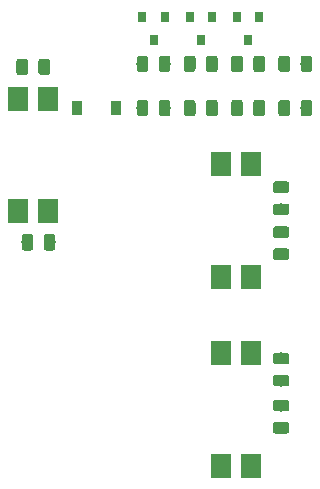
<source format=gbr>
G04 #@! TF.GenerationSoftware,KiCad,Pcbnew,5.0.2+dfsg1-1*
G04 #@! TF.CreationDate,2019-08-13T09:37:24+09:00*
G04 #@! TF.ProjectId,portal_shield_for_arduino,706f7274-616c-45f7-9368-69656c645f66,rev?*
G04 #@! TF.SameCoordinates,Original*
G04 #@! TF.FileFunction,Paste,Top*
G04 #@! TF.FilePolarity,Positive*
%FSLAX46Y46*%
G04 Gerber Fmt 4.6, Leading zero omitted, Abs format (unit mm)*
G04 Created by KiCad (PCBNEW 5.0.2+dfsg1-1) date Tue 13 Aug 2019 09:37:24 AM KST*
%MOMM*%
%LPD*%
G01*
G04 APERTURE LIST*
%ADD10R,1.780000X2.000000*%
%ADD11C,0.100000*%
%ADD12C,0.975000*%
%ADD13R,0.800000X0.900000*%
%ADD14R,0.900000X1.200000*%
G04 APERTURE END LIST*
D10*
G04 #@! TO.C,U3*
X164770000Y-108600000D03*
X162230000Y-118130000D03*
X162230000Y-108600000D03*
X164770000Y-118130000D03*
G04 #@! TD*
G04 #@! TO.C,U2*
X164770000Y-92600000D03*
X162230000Y-102130000D03*
X162230000Y-92600000D03*
X164770000Y-102130000D03*
G04 #@! TD*
D11*
G04 #@! TO.C,R3*
G36*
X167780142Y-97876174D02*
X167803803Y-97879684D01*
X167827007Y-97885496D01*
X167849529Y-97893554D01*
X167871153Y-97903782D01*
X167891670Y-97916079D01*
X167910883Y-97930329D01*
X167928607Y-97946393D01*
X167944671Y-97964117D01*
X167958921Y-97983330D01*
X167971218Y-98003847D01*
X167981446Y-98025471D01*
X167989504Y-98047993D01*
X167995316Y-98071197D01*
X167998826Y-98094858D01*
X168000000Y-98118750D01*
X168000000Y-98606250D01*
X167998826Y-98630142D01*
X167995316Y-98653803D01*
X167989504Y-98677007D01*
X167981446Y-98699529D01*
X167971218Y-98721153D01*
X167958921Y-98741670D01*
X167944671Y-98760883D01*
X167928607Y-98778607D01*
X167910883Y-98794671D01*
X167891670Y-98808921D01*
X167871153Y-98821218D01*
X167849529Y-98831446D01*
X167827007Y-98839504D01*
X167803803Y-98845316D01*
X167780142Y-98848826D01*
X167756250Y-98850000D01*
X166843750Y-98850000D01*
X166819858Y-98848826D01*
X166796197Y-98845316D01*
X166772993Y-98839504D01*
X166750471Y-98831446D01*
X166728847Y-98821218D01*
X166708330Y-98808921D01*
X166689117Y-98794671D01*
X166671393Y-98778607D01*
X166655329Y-98760883D01*
X166641079Y-98741670D01*
X166628782Y-98721153D01*
X166618554Y-98699529D01*
X166610496Y-98677007D01*
X166604684Y-98653803D01*
X166601174Y-98630142D01*
X166600000Y-98606250D01*
X166600000Y-98118750D01*
X166601174Y-98094858D01*
X166604684Y-98071197D01*
X166610496Y-98047993D01*
X166618554Y-98025471D01*
X166628782Y-98003847D01*
X166641079Y-97983330D01*
X166655329Y-97964117D01*
X166671393Y-97946393D01*
X166689117Y-97930329D01*
X166708330Y-97916079D01*
X166728847Y-97903782D01*
X166750471Y-97893554D01*
X166772993Y-97885496D01*
X166796197Y-97879684D01*
X166819858Y-97876174D01*
X166843750Y-97875000D01*
X167756250Y-97875000D01*
X167780142Y-97876174D01*
X167780142Y-97876174D01*
G37*
D12*
X167300000Y-98362500D03*
D11*
G36*
X167780142Y-99751174D02*
X167803803Y-99754684D01*
X167827007Y-99760496D01*
X167849529Y-99768554D01*
X167871153Y-99778782D01*
X167891670Y-99791079D01*
X167910883Y-99805329D01*
X167928607Y-99821393D01*
X167944671Y-99839117D01*
X167958921Y-99858330D01*
X167971218Y-99878847D01*
X167981446Y-99900471D01*
X167989504Y-99922993D01*
X167995316Y-99946197D01*
X167998826Y-99969858D01*
X168000000Y-99993750D01*
X168000000Y-100481250D01*
X167998826Y-100505142D01*
X167995316Y-100528803D01*
X167989504Y-100552007D01*
X167981446Y-100574529D01*
X167971218Y-100596153D01*
X167958921Y-100616670D01*
X167944671Y-100635883D01*
X167928607Y-100653607D01*
X167910883Y-100669671D01*
X167891670Y-100683921D01*
X167871153Y-100696218D01*
X167849529Y-100706446D01*
X167827007Y-100714504D01*
X167803803Y-100720316D01*
X167780142Y-100723826D01*
X167756250Y-100725000D01*
X166843750Y-100725000D01*
X166819858Y-100723826D01*
X166796197Y-100720316D01*
X166772993Y-100714504D01*
X166750471Y-100706446D01*
X166728847Y-100696218D01*
X166708330Y-100683921D01*
X166689117Y-100669671D01*
X166671393Y-100653607D01*
X166655329Y-100635883D01*
X166641079Y-100616670D01*
X166628782Y-100596153D01*
X166618554Y-100574529D01*
X166610496Y-100552007D01*
X166604684Y-100528803D01*
X166601174Y-100505142D01*
X166600000Y-100481250D01*
X166600000Y-99993750D01*
X166601174Y-99969858D01*
X166604684Y-99946197D01*
X166610496Y-99922993D01*
X166618554Y-99900471D01*
X166628782Y-99878847D01*
X166641079Y-99858330D01*
X166655329Y-99839117D01*
X166671393Y-99821393D01*
X166689117Y-99805329D01*
X166708330Y-99791079D01*
X166728847Y-99778782D01*
X166750471Y-99768554D01*
X166772993Y-99760496D01*
X166796197Y-99754684D01*
X166819858Y-99751174D01*
X166843750Y-99750000D01*
X167756250Y-99750000D01*
X167780142Y-99751174D01*
X167780142Y-99751174D01*
G37*
D12*
X167300000Y-100237500D03*
G04 #@! TD*
D11*
G04 #@! TO.C,R9*
G36*
X155830142Y-83416495D02*
X155853803Y-83420005D01*
X155877007Y-83425817D01*
X155899529Y-83433875D01*
X155921153Y-83444103D01*
X155941670Y-83456400D01*
X155960883Y-83470650D01*
X155978607Y-83486714D01*
X155994671Y-83504438D01*
X156008921Y-83523651D01*
X156021218Y-83544168D01*
X156031446Y-83565792D01*
X156039504Y-83588314D01*
X156045316Y-83611518D01*
X156048826Y-83635179D01*
X156050000Y-83659071D01*
X156050000Y-84571571D01*
X156048826Y-84595463D01*
X156045316Y-84619124D01*
X156039504Y-84642328D01*
X156031446Y-84664850D01*
X156021218Y-84686474D01*
X156008921Y-84706991D01*
X155994671Y-84726204D01*
X155978607Y-84743928D01*
X155960883Y-84759992D01*
X155941670Y-84774242D01*
X155921153Y-84786539D01*
X155899529Y-84796767D01*
X155877007Y-84804825D01*
X155853803Y-84810637D01*
X155830142Y-84814147D01*
X155806250Y-84815321D01*
X155318750Y-84815321D01*
X155294858Y-84814147D01*
X155271197Y-84810637D01*
X155247993Y-84804825D01*
X155225471Y-84796767D01*
X155203847Y-84786539D01*
X155183330Y-84774242D01*
X155164117Y-84759992D01*
X155146393Y-84743928D01*
X155130329Y-84726204D01*
X155116079Y-84706991D01*
X155103782Y-84686474D01*
X155093554Y-84664850D01*
X155085496Y-84642328D01*
X155079684Y-84619124D01*
X155076174Y-84595463D01*
X155075000Y-84571571D01*
X155075000Y-83659071D01*
X155076174Y-83635179D01*
X155079684Y-83611518D01*
X155085496Y-83588314D01*
X155093554Y-83565792D01*
X155103782Y-83544168D01*
X155116079Y-83523651D01*
X155130329Y-83504438D01*
X155146393Y-83486714D01*
X155164117Y-83470650D01*
X155183330Y-83456400D01*
X155203847Y-83444103D01*
X155225471Y-83433875D01*
X155247993Y-83425817D01*
X155271197Y-83420005D01*
X155294858Y-83416495D01*
X155318750Y-83415321D01*
X155806250Y-83415321D01*
X155830142Y-83416495D01*
X155830142Y-83416495D01*
G37*
D12*
X155562500Y-84115321D03*
D11*
G36*
X157705142Y-83416495D02*
X157728803Y-83420005D01*
X157752007Y-83425817D01*
X157774529Y-83433875D01*
X157796153Y-83444103D01*
X157816670Y-83456400D01*
X157835883Y-83470650D01*
X157853607Y-83486714D01*
X157869671Y-83504438D01*
X157883921Y-83523651D01*
X157896218Y-83544168D01*
X157906446Y-83565792D01*
X157914504Y-83588314D01*
X157920316Y-83611518D01*
X157923826Y-83635179D01*
X157925000Y-83659071D01*
X157925000Y-84571571D01*
X157923826Y-84595463D01*
X157920316Y-84619124D01*
X157914504Y-84642328D01*
X157906446Y-84664850D01*
X157896218Y-84686474D01*
X157883921Y-84706991D01*
X157869671Y-84726204D01*
X157853607Y-84743928D01*
X157835883Y-84759992D01*
X157816670Y-84774242D01*
X157796153Y-84786539D01*
X157774529Y-84796767D01*
X157752007Y-84804825D01*
X157728803Y-84810637D01*
X157705142Y-84814147D01*
X157681250Y-84815321D01*
X157193750Y-84815321D01*
X157169858Y-84814147D01*
X157146197Y-84810637D01*
X157122993Y-84804825D01*
X157100471Y-84796767D01*
X157078847Y-84786539D01*
X157058330Y-84774242D01*
X157039117Y-84759992D01*
X157021393Y-84743928D01*
X157005329Y-84726204D01*
X156991079Y-84706991D01*
X156978782Y-84686474D01*
X156968554Y-84664850D01*
X156960496Y-84642328D01*
X156954684Y-84619124D01*
X156951174Y-84595463D01*
X156950000Y-84571571D01*
X156950000Y-83659071D01*
X156951174Y-83635179D01*
X156954684Y-83611518D01*
X156960496Y-83588314D01*
X156968554Y-83565792D01*
X156978782Y-83544168D01*
X156991079Y-83523651D01*
X157005329Y-83504438D01*
X157021393Y-83486714D01*
X157039117Y-83470650D01*
X157058330Y-83456400D01*
X157078847Y-83444103D01*
X157100471Y-83433875D01*
X157122993Y-83425817D01*
X157146197Y-83420005D01*
X157169858Y-83416495D01*
X157193750Y-83415321D01*
X157681250Y-83415321D01*
X157705142Y-83416495D01*
X157705142Y-83416495D01*
G37*
D12*
X157437500Y-84115321D03*
G04 #@! TD*
D11*
G04 #@! TO.C,R10*
G36*
X167830142Y-83416495D02*
X167853803Y-83420005D01*
X167877007Y-83425817D01*
X167899529Y-83433875D01*
X167921153Y-83444103D01*
X167941670Y-83456400D01*
X167960883Y-83470650D01*
X167978607Y-83486714D01*
X167994671Y-83504438D01*
X168008921Y-83523651D01*
X168021218Y-83544168D01*
X168031446Y-83565792D01*
X168039504Y-83588314D01*
X168045316Y-83611518D01*
X168048826Y-83635179D01*
X168050000Y-83659071D01*
X168050000Y-84571571D01*
X168048826Y-84595463D01*
X168045316Y-84619124D01*
X168039504Y-84642328D01*
X168031446Y-84664850D01*
X168021218Y-84686474D01*
X168008921Y-84706991D01*
X167994671Y-84726204D01*
X167978607Y-84743928D01*
X167960883Y-84759992D01*
X167941670Y-84774242D01*
X167921153Y-84786539D01*
X167899529Y-84796767D01*
X167877007Y-84804825D01*
X167853803Y-84810637D01*
X167830142Y-84814147D01*
X167806250Y-84815321D01*
X167318750Y-84815321D01*
X167294858Y-84814147D01*
X167271197Y-84810637D01*
X167247993Y-84804825D01*
X167225471Y-84796767D01*
X167203847Y-84786539D01*
X167183330Y-84774242D01*
X167164117Y-84759992D01*
X167146393Y-84743928D01*
X167130329Y-84726204D01*
X167116079Y-84706991D01*
X167103782Y-84686474D01*
X167093554Y-84664850D01*
X167085496Y-84642328D01*
X167079684Y-84619124D01*
X167076174Y-84595463D01*
X167075000Y-84571571D01*
X167075000Y-83659071D01*
X167076174Y-83635179D01*
X167079684Y-83611518D01*
X167085496Y-83588314D01*
X167093554Y-83565792D01*
X167103782Y-83544168D01*
X167116079Y-83523651D01*
X167130329Y-83504438D01*
X167146393Y-83486714D01*
X167164117Y-83470650D01*
X167183330Y-83456400D01*
X167203847Y-83444103D01*
X167225471Y-83433875D01*
X167247993Y-83425817D01*
X167271197Y-83420005D01*
X167294858Y-83416495D01*
X167318750Y-83415321D01*
X167806250Y-83415321D01*
X167830142Y-83416495D01*
X167830142Y-83416495D01*
G37*
D12*
X167562500Y-84115321D03*
D11*
G36*
X169705142Y-83416495D02*
X169728803Y-83420005D01*
X169752007Y-83425817D01*
X169774529Y-83433875D01*
X169796153Y-83444103D01*
X169816670Y-83456400D01*
X169835883Y-83470650D01*
X169853607Y-83486714D01*
X169869671Y-83504438D01*
X169883921Y-83523651D01*
X169896218Y-83544168D01*
X169906446Y-83565792D01*
X169914504Y-83588314D01*
X169920316Y-83611518D01*
X169923826Y-83635179D01*
X169925000Y-83659071D01*
X169925000Y-84571571D01*
X169923826Y-84595463D01*
X169920316Y-84619124D01*
X169914504Y-84642328D01*
X169906446Y-84664850D01*
X169896218Y-84686474D01*
X169883921Y-84706991D01*
X169869671Y-84726204D01*
X169853607Y-84743928D01*
X169835883Y-84759992D01*
X169816670Y-84774242D01*
X169796153Y-84786539D01*
X169774529Y-84796767D01*
X169752007Y-84804825D01*
X169728803Y-84810637D01*
X169705142Y-84814147D01*
X169681250Y-84815321D01*
X169193750Y-84815321D01*
X169169858Y-84814147D01*
X169146197Y-84810637D01*
X169122993Y-84804825D01*
X169100471Y-84796767D01*
X169078847Y-84786539D01*
X169058330Y-84774242D01*
X169039117Y-84759992D01*
X169021393Y-84743928D01*
X169005329Y-84726204D01*
X168991079Y-84706991D01*
X168978782Y-84686474D01*
X168968554Y-84664850D01*
X168960496Y-84642328D01*
X168954684Y-84619124D01*
X168951174Y-84595463D01*
X168950000Y-84571571D01*
X168950000Y-83659071D01*
X168951174Y-83635179D01*
X168954684Y-83611518D01*
X168960496Y-83588314D01*
X168968554Y-83565792D01*
X168978782Y-83544168D01*
X168991079Y-83523651D01*
X169005329Y-83504438D01*
X169021393Y-83486714D01*
X169039117Y-83470650D01*
X169058330Y-83456400D01*
X169078847Y-83444103D01*
X169100471Y-83433875D01*
X169122993Y-83425817D01*
X169146197Y-83420005D01*
X169169858Y-83416495D01*
X169193750Y-83415321D01*
X169681250Y-83415321D01*
X169705142Y-83416495D01*
X169705142Y-83416495D01*
G37*
D12*
X169437500Y-84115321D03*
G04 #@! TD*
D11*
G04 #@! TO.C,+5V*
G36*
X167830142Y-87166174D02*
X167853803Y-87169684D01*
X167877007Y-87175496D01*
X167899529Y-87183554D01*
X167921153Y-87193782D01*
X167941670Y-87206079D01*
X167960883Y-87220329D01*
X167978607Y-87236393D01*
X167994671Y-87254117D01*
X168008921Y-87273330D01*
X168021218Y-87293847D01*
X168031446Y-87315471D01*
X168039504Y-87337993D01*
X168045316Y-87361197D01*
X168048826Y-87384858D01*
X168050000Y-87408750D01*
X168050000Y-88321250D01*
X168048826Y-88345142D01*
X168045316Y-88368803D01*
X168039504Y-88392007D01*
X168031446Y-88414529D01*
X168021218Y-88436153D01*
X168008921Y-88456670D01*
X167994671Y-88475883D01*
X167978607Y-88493607D01*
X167960883Y-88509671D01*
X167941670Y-88523921D01*
X167921153Y-88536218D01*
X167899529Y-88546446D01*
X167877007Y-88554504D01*
X167853803Y-88560316D01*
X167830142Y-88563826D01*
X167806250Y-88565000D01*
X167318750Y-88565000D01*
X167294858Y-88563826D01*
X167271197Y-88560316D01*
X167247993Y-88554504D01*
X167225471Y-88546446D01*
X167203847Y-88536218D01*
X167183330Y-88523921D01*
X167164117Y-88509671D01*
X167146393Y-88493607D01*
X167130329Y-88475883D01*
X167116079Y-88456670D01*
X167103782Y-88436153D01*
X167093554Y-88414529D01*
X167085496Y-88392007D01*
X167079684Y-88368803D01*
X167076174Y-88345142D01*
X167075000Y-88321250D01*
X167075000Y-87408750D01*
X167076174Y-87384858D01*
X167079684Y-87361197D01*
X167085496Y-87337993D01*
X167093554Y-87315471D01*
X167103782Y-87293847D01*
X167116079Y-87273330D01*
X167130329Y-87254117D01*
X167146393Y-87236393D01*
X167164117Y-87220329D01*
X167183330Y-87206079D01*
X167203847Y-87193782D01*
X167225471Y-87183554D01*
X167247993Y-87175496D01*
X167271197Y-87169684D01*
X167294858Y-87166174D01*
X167318750Y-87165000D01*
X167806250Y-87165000D01*
X167830142Y-87166174D01*
X167830142Y-87166174D01*
G37*
D12*
X167562500Y-87865000D03*
D11*
G36*
X169705142Y-87166174D02*
X169728803Y-87169684D01*
X169752007Y-87175496D01*
X169774529Y-87183554D01*
X169796153Y-87193782D01*
X169816670Y-87206079D01*
X169835883Y-87220329D01*
X169853607Y-87236393D01*
X169869671Y-87254117D01*
X169883921Y-87273330D01*
X169896218Y-87293847D01*
X169906446Y-87315471D01*
X169914504Y-87337993D01*
X169920316Y-87361197D01*
X169923826Y-87384858D01*
X169925000Y-87408750D01*
X169925000Y-88321250D01*
X169923826Y-88345142D01*
X169920316Y-88368803D01*
X169914504Y-88392007D01*
X169906446Y-88414529D01*
X169896218Y-88436153D01*
X169883921Y-88456670D01*
X169869671Y-88475883D01*
X169853607Y-88493607D01*
X169835883Y-88509671D01*
X169816670Y-88523921D01*
X169796153Y-88536218D01*
X169774529Y-88546446D01*
X169752007Y-88554504D01*
X169728803Y-88560316D01*
X169705142Y-88563826D01*
X169681250Y-88565000D01*
X169193750Y-88565000D01*
X169169858Y-88563826D01*
X169146197Y-88560316D01*
X169122993Y-88554504D01*
X169100471Y-88546446D01*
X169078847Y-88536218D01*
X169058330Y-88523921D01*
X169039117Y-88509671D01*
X169021393Y-88493607D01*
X169005329Y-88475883D01*
X168991079Y-88456670D01*
X168978782Y-88436153D01*
X168968554Y-88414529D01*
X168960496Y-88392007D01*
X168954684Y-88368803D01*
X168951174Y-88345142D01*
X168950000Y-88321250D01*
X168950000Y-87408750D01*
X168951174Y-87384858D01*
X168954684Y-87361197D01*
X168960496Y-87337993D01*
X168968554Y-87315471D01*
X168978782Y-87293847D01*
X168991079Y-87273330D01*
X169005329Y-87254117D01*
X169021393Y-87236393D01*
X169039117Y-87220329D01*
X169058330Y-87206079D01*
X169078847Y-87193782D01*
X169100471Y-87183554D01*
X169122993Y-87175496D01*
X169146197Y-87169684D01*
X169169858Y-87166174D01*
X169193750Y-87165000D01*
X169681250Y-87165000D01*
X169705142Y-87166174D01*
X169705142Y-87166174D01*
G37*
D12*
X169437500Y-87865000D03*
G04 #@! TD*
D13*
G04 #@! TO.C,Q5*
X157450000Y-80115321D03*
X155550000Y-80115321D03*
X156500000Y-82115321D03*
G04 #@! TD*
D11*
G04 #@! TO.C,PWR*
G36*
X155830142Y-87166174D02*
X155853803Y-87169684D01*
X155877007Y-87175496D01*
X155899529Y-87183554D01*
X155921153Y-87193782D01*
X155941670Y-87206079D01*
X155960883Y-87220329D01*
X155978607Y-87236393D01*
X155994671Y-87254117D01*
X156008921Y-87273330D01*
X156021218Y-87293847D01*
X156031446Y-87315471D01*
X156039504Y-87337993D01*
X156045316Y-87361197D01*
X156048826Y-87384858D01*
X156050000Y-87408750D01*
X156050000Y-88321250D01*
X156048826Y-88345142D01*
X156045316Y-88368803D01*
X156039504Y-88392007D01*
X156031446Y-88414529D01*
X156021218Y-88436153D01*
X156008921Y-88456670D01*
X155994671Y-88475883D01*
X155978607Y-88493607D01*
X155960883Y-88509671D01*
X155941670Y-88523921D01*
X155921153Y-88536218D01*
X155899529Y-88546446D01*
X155877007Y-88554504D01*
X155853803Y-88560316D01*
X155830142Y-88563826D01*
X155806250Y-88565000D01*
X155318750Y-88565000D01*
X155294858Y-88563826D01*
X155271197Y-88560316D01*
X155247993Y-88554504D01*
X155225471Y-88546446D01*
X155203847Y-88536218D01*
X155183330Y-88523921D01*
X155164117Y-88509671D01*
X155146393Y-88493607D01*
X155130329Y-88475883D01*
X155116079Y-88456670D01*
X155103782Y-88436153D01*
X155093554Y-88414529D01*
X155085496Y-88392007D01*
X155079684Y-88368803D01*
X155076174Y-88345142D01*
X155075000Y-88321250D01*
X155075000Y-87408750D01*
X155076174Y-87384858D01*
X155079684Y-87361197D01*
X155085496Y-87337993D01*
X155093554Y-87315471D01*
X155103782Y-87293847D01*
X155116079Y-87273330D01*
X155130329Y-87254117D01*
X155146393Y-87236393D01*
X155164117Y-87220329D01*
X155183330Y-87206079D01*
X155203847Y-87193782D01*
X155225471Y-87183554D01*
X155247993Y-87175496D01*
X155271197Y-87169684D01*
X155294858Y-87166174D01*
X155318750Y-87165000D01*
X155806250Y-87165000D01*
X155830142Y-87166174D01*
X155830142Y-87166174D01*
G37*
D12*
X155562500Y-87865000D03*
D11*
G36*
X157705142Y-87166174D02*
X157728803Y-87169684D01*
X157752007Y-87175496D01*
X157774529Y-87183554D01*
X157796153Y-87193782D01*
X157816670Y-87206079D01*
X157835883Y-87220329D01*
X157853607Y-87236393D01*
X157869671Y-87254117D01*
X157883921Y-87273330D01*
X157896218Y-87293847D01*
X157906446Y-87315471D01*
X157914504Y-87337993D01*
X157920316Y-87361197D01*
X157923826Y-87384858D01*
X157925000Y-87408750D01*
X157925000Y-88321250D01*
X157923826Y-88345142D01*
X157920316Y-88368803D01*
X157914504Y-88392007D01*
X157906446Y-88414529D01*
X157896218Y-88436153D01*
X157883921Y-88456670D01*
X157869671Y-88475883D01*
X157853607Y-88493607D01*
X157835883Y-88509671D01*
X157816670Y-88523921D01*
X157796153Y-88536218D01*
X157774529Y-88546446D01*
X157752007Y-88554504D01*
X157728803Y-88560316D01*
X157705142Y-88563826D01*
X157681250Y-88565000D01*
X157193750Y-88565000D01*
X157169858Y-88563826D01*
X157146197Y-88560316D01*
X157122993Y-88554504D01*
X157100471Y-88546446D01*
X157078847Y-88536218D01*
X157058330Y-88523921D01*
X157039117Y-88509671D01*
X157021393Y-88493607D01*
X157005329Y-88475883D01*
X156991079Y-88456670D01*
X156978782Y-88436153D01*
X156968554Y-88414529D01*
X156960496Y-88392007D01*
X156954684Y-88368803D01*
X156951174Y-88345142D01*
X156950000Y-88321250D01*
X156950000Y-87408750D01*
X156951174Y-87384858D01*
X156954684Y-87361197D01*
X156960496Y-87337993D01*
X156968554Y-87315471D01*
X156978782Y-87293847D01*
X156991079Y-87273330D01*
X157005329Y-87254117D01*
X157021393Y-87236393D01*
X157039117Y-87220329D01*
X157058330Y-87206079D01*
X157078847Y-87193782D01*
X157100471Y-87183554D01*
X157122993Y-87175496D01*
X157146197Y-87169684D01*
X157169858Y-87166174D01*
X157193750Y-87165000D01*
X157681250Y-87165000D01*
X157705142Y-87166174D01*
X157705142Y-87166174D01*
G37*
D12*
X157437500Y-87865000D03*
G04 #@! TD*
D14*
G04 #@! TO.C,D1*
X153338000Y-87825000D03*
X150038000Y-87825000D03*
G04 #@! TD*
D11*
G04 #@! TO.C,CAM*
G36*
X163830142Y-87166174D02*
X163853803Y-87169684D01*
X163877007Y-87175496D01*
X163899529Y-87183554D01*
X163921153Y-87193782D01*
X163941670Y-87206079D01*
X163960883Y-87220329D01*
X163978607Y-87236393D01*
X163994671Y-87254117D01*
X164008921Y-87273330D01*
X164021218Y-87293847D01*
X164031446Y-87315471D01*
X164039504Y-87337993D01*
X164045316Y-87361197D01*
X164048826Y-87384858D01*
X164050000Y-87408750D01*
X164050000Y-88321250D01*
X164048826Y-88345142D01*
X164045316Y-88368803D01*
X164039504Y-88392007D01*
X164031446Y-88414529D01*
X164021218Y-88436153D01*
X164008921Y-88456670D01*
X163994671Y-88475883D01*
X163978607Y-88493607D01*
X163960883Y-88509671D01*
X163941670Y-88523921D01*
X163921153Y-88536218D01*
X163899529Y-88546446D01*
X163877007Y-88554504D01*
X163853803Y-88560316D01*
X163830142Y-88563826D01*
X163806250Y-88565000D01*
X163318750Y-88565000D01*
X163294858Y-88563826D01*
X163271197Y-88560316D01*
X163247993Y-88554504D01*
X163225471Y-88546446D01*
X163203847Y-88536218D01*
X163183330Y-88523921D01*
X163164117Y-88509671D01*
X163146393Y-88493607D01*
X163130329Y-88475883D01*
X163116079Y-88456670D01*
X163103782Y-88436153D01*
X163093554Y-88414529D01*
X163085496Y-88392007D01*
X163079684Y-88368803D01*
X163076174Y-88345142D01*
X163075000Y-88321250D01*
X163075000Y-87408750D01*
X163076174Y-87384858D01*
X163079684Y-87361197D01*
X163085496Y-87337993D01*
X163093554Y-87315471D01*
X163103782Y-87293847D01*
X163116079Y-87273330D01*
X163130329Y-87254117D01*
X163146393Y-87236393D01*
X163164117Y-87220329D01*
X163183330Y-87206079D01*
X163203847Y-87193782D01*
X163225471Y-87183554D01*
X163247993Y-87175496D01*
X163271197Y-87169684D01*
X163294858Y-87166174D01*
X163318750Y-87165000D01*
X163806250Y-87165000D01*
X163830142Y-87166174D01*
X163830142Y-87166174D01*
G37*
D12*
X163562500Y-87865000D03*
D11*
G36*
X165705142Y-87166174D02*
X165728803Y-87169684D01*
X165752007Y-87175496D01*
X165774529Y-87183554D01*
X165796153Y-87193782D01*
X165816670Y-87206079D01*
X165835883Y-87220329D01*
X165853607Y-87236393D01*
X165869671Y-87254117D01*
X165883921Y-87273330D01*
X165896218Y-87293847D01*
X165906446Y-87315471D01*
X165914504Y-87337993D01*
X165920316Y-87361197D01*
X165923826Y-87384858D01*
X165925000Y-87408750D01*
X165925000Y-88321250D01*
X165923826Y-88345142D01*
X165920316Y-88368803D01*
X165914504Y-88392007D01*
X165906446Y-88414529D01*
X165896218Y-88436153D01*
X165883921Y-88456670D01*
X165869671Y-88475883D01*
X165853607Y-88493607D01*
X165835883Y-88509671D01*
X165816670Y-88523921D01*
X165796153Y-88536218D01*
X165774529Y-88546446D01*
X165752007Y-88554504D01*
X165728803Y-88560316D01*
X165705142Y-88563826D01*
X165681250Y-88565000D01*
X165193750Y-88565000D01*
X165169858Y-88563826D01*
X165146197Y-88560316D01*
X165122993Y-88554504D01*
X165100471Y-88546446D01*
X165078847Y-88536218D01*
X165058330Y-88523921D01*
X165039117Y-88509671D01*
X165021393Y-88493607D01*
X165005329Y-88475883D01*
X164991079Y-88456670D01*
X164978782Y-88436153D01*
X164968554Y-88414529D01*
X164960496Y-88392007D01*
X164954684Y-88368803D01*
X164951174Y-88345142D01*
X164950000Y-88321250D01*
X164950000Y-87408750D01*
X164951174Y-87384858D01*
X164954684Y-87361197D01*
X164960496Y-87337993D01*
X164968554Y-87315471D01*
X164978782Y-87293847D01*
X164991079Y-87273330D01*
X165005329Y-87254117D01*
X165021393Y-87236393D01*
X165039117Y-87220329D01*
X165058330Y-87206079D01*
X165078847Y-87193782D01*
X165100471Y-87183554D01*
X165122993Y-87175496D01*
X165146197Y-87169684D01*
X165169858Y-87166174D01*
X165193750Y-87165000D01*
X165681250Y-87165000D01*
X165705142Y-87166174D01*
X165705142Y-87166174D01*
G37*
D12*
X165437500Y-87865000D03*
G04 #@! TD*
D11*
G04 #@! TO.C,LED*
G36*
X161705142Y-87166174D02*
X161728803Y-87169684D01*
X161752007Y-87175496D01*
X161774529Y-87183554D01*
X161796153Y-87193782D01*
X161816670Y-87206079D01*
X161835883Y-87220329D01*
X161853607Y-87236393D01*
X161869671Y-87254117D01*
X161883921Y-87273330D01*
X161896218Y-87293847D01*
X161906446Y-87315471D01*
X161914504Y-87337993D01*
X161920316Y-87361197D01*
X161923826Y-87384858D01*
X161925000Y-87408750D01*
X161925000Y-88321250D01*
X161923826Y-88345142D01*
X161920316Y-88368803D01*
X161914504Y-88392007D01*
X161906446Y-88414529D01*
X161896218Y-88436153D01*
X161883921Y-88456670D01*
X161869671Y-88475883D01*
X161853607Y-88493607D01*
X161835883Y-88509671D01*
X161816670Y-88523921D01*
X161796153Y-88536218D01*
X161774529Y-88546446D01*
X161752007Y-88554504D01*
X161728803Y-88560316D01*
X161705142Y-88563826D01*
X161681250Y-88565000D01*
X161193750Y-88565000D01*
X161169858Y-88563826D01*
X161146197Y-88560316D01*
X161122993Y-88554504D01*
X161100471Y-88546446D01*
X161078847Y-88536218D01*
X161058330Y-88523921D01*
X161039117Y-88509671D01*
X161021393Y-88493607D01*
X161005329Y-88475883D01*
X160991079Y-88456670D01*
X160978782Y-88436153D01*
X160968554Y-88414529D01*
X160960496Y-88392007D01*
X160954684Y-88368803D01*
X160951174Y-88345142D01*
X160950000Y-88321250D01*
X160950000Y-87408750D01*
X160951174Y-87384858D01*
X160954684Y-87361197D01*
X160960496Y-87337993D01*
X160968554Y-87315471D01*
X160978782Y-87293847D01*
X160991079Y-87273330D01*
X161005329Y-87254117D01*
X161021393Y-87236393D01*
X161039117Y-87220329D01*
X161058330Y-87206079D01*
X161078847Y-87193782D01*
X161100471Y-87183554D01*
X161122993Y-87175496D01*
X161146197Y-87169684D01*
X161169858Y-87166174D01*
X161193750Y-87165000D01*
X161681250Y-87165000D01*
X161705142Y-87166174D01*
X161705142Y-87166174D01*
G37*
D12*
X161437500Y-87865000D03*
D11*
G36*
X159830142Y-87166174D02*
X159853803Y-87169684D01*
X159877007Y-87175496D01*
X159899529Y-87183554D01*
X159921153Y-87193782D01*
X159941670Y-87206079D01*
X159960883Y-87220329D01*
X159978607Y-87236393D01*
X159994671Y-87254117D01*
X160008921Y-87273330D01*
X160021218Y-87293847D01*
X160031446Y-87315471D01*
X160039504Y-87337993D01*
X160045316Y-87361197D01*
X160048826Y-87384858D01*
X160050000Y-87408750D01*
X160050000Y-88321250D01*
X160048826Y-88345142D01*
X160045316Y-88368803D01*
X160039504Y-88392007D01*
X160031446Y-88414529D01*
X160021218Y-88436153D01*
X160008921Y-88456670D01*
X159994671Y-88475883D01*
X159978607Y-88493607D01*
X159960883Y-88509671D01*
X159941670Y-88523921D01*
X159921153Y-88536218D01*
X159899529Y-88546446D01*
X159877007Y-88554504D01*
X159853803Y-88560316D01*
X159830142Y-88563826D01*
X159806250Y-88565000D01*
X159318750Y-88565000D01*
X159294858Y-88563826D01*
X159271197Y-88560316D01*
X159247993Y-88554504D01*
X159225471Y-88546446D01*
X159203847Y-88536218D01*
X159183330Y-88523921D01*
X159164117Y-88509671D01*
X159146393Y-88493607D01*
X159130329Y-88475883D01*
X159116079Y-88456670D01*
X159103782Y-88436153D01*
X159093554Y-88414529D01*
X159085496Y-88392007D01*
X159079684Y-88368803D01*
X159076174Y-88345142D01*
X159075000Y-88321250D01*
X159075000Y-87408750D01*
X159076174Y-87384858D01*
X159079684Y-87361197D01*
X159085496Y-87337993D01*
X159093554Y-87315471D01*
X159103782Y-87293847D01*
X159116079Y-87273330D01*
X159130329Y-87254117D01*
X159146393Y-87236393D01*
X159164117Y-87220329D01*
X159183330Y-87206079D01*
X159203847Y-87193782D01*
X159225471Y-87183554D01*
X159247993Y-87175496D01*
X159271197Y-87169684D01*
X159294858Y-87166174D01*
X159318750Y-87165000D01*
X159806250Y-87165000D01*
X159830142Y-87166174D01*
X159830142Y-87166174D01*
G37*
D12*
X159562500Y-87865000D03*
G04 #@! TD*
D13*
G04 #@! TO.C,Q2*
X165450000Y-80115321D03*
X163550000Y-80115321D03*
X164500000Y-82115321D03*
G04 #@! TD*
G04 #@! TO.C,Q3*
X160500000Y-82115321D03*
X159550000Y-80115321D03*
X161450000Y-80115321D03*
G04 #@! TD*
D11*
G04 #@! TO.C,R1*
G36*
X147509142Y-83676174D02*
X147532803Y-83679684D01*
X147556007Y-83685496D01*
X147578529Y-83693554D01*
X147600153Y-83703782D01*
X147620670Y-83716079D01*
X147639883Y-83730329D01*
X147657607Y-83746393D01*
X147673671Y-83764117D01*
X147687921Y-83783330D01*
X147700218Y-83803847D01*
X147710446Y-83825471D01*
X147718504Y-83847993D01*
X147724316Y-83871197D01*
X147727826Y-83894858D01*
X147729000Y-83918750D01*
X147729000Y-84831250D01*
X147727826Y-84855142D01*
X147724316Y-84878803D01*
X147718504Y-84902007D01*
X147710446Y-84924529D01*
X147700218Y-84946153D01*
X147687921Y-84966670D01*
X147673671Y-84985883D01*
X147657607Y-85003607D01*
X147639883Y-85019671D01*
X147620670Y-85033921D01*
X147600153Y-85046218D01*
X147578529Y-85056446D01*
X147556007Y-85064504D01*
X147532803Y-85070316D01*
X147509142Y-85073826D01*
X147485250Y-85075000D01*
X146997750Y-85075000D01*
X146973858Y-85073826D01*
X146950197Y-85070316D01*
X146926993Y-85064504D01*
X146904471Y-85056446D01*
X146882847Y-85046218D01*
X146862330Y-85033921D01*
X146843117Y-85019671D01*
X146825393Y-85003607D01*
X146809329Y-84985883D01*
X146795079Y-84966670D01*
X146782782Y-84946153D01*
X146772554Y-84924529D01*
X146764496Y-84902007D01*
X146758684Y-84878803D01*
X146755174Y-84855142D01*
X146754000Y-84831250D01*
X146754000Y-83918750D01*
X146755174Y-83894858D01*
X146758684Y-83871197D01*
X146764496Y-83847993D01*
X146772554Y-83825471D01*
X146782782Y-83803847D01*
X146795079Y-83783330D01*
X146809329Y-83764117D01*
X146825393Y-83746393D01*
X146843117Y-83730329D01*
X146862330Y-83716079D01*
X146882847Y-83703782D01*
X146904471Y-83693554D01*
X146926993Y-83685496D01*
X146950197Y-83679684D01*
X146973858Y-83676174D01*
X146997750Y-83675000D01*
X147485250Y-83675000D01*
X147509142Y-83676174D01*
X147509142Y-83676174D01*
G37*
D12*
X147241500Y-84375000D03*
D11*
G36*
X145634142Y-83676174D02*
X145657803Y-83679684D01*
X145681007Y-83685496D01*
X145703529Y-83693554D01*
X145725153Y-83703782D01*
X145745670Y-83716079D01*
X145764883Y-83730329D01*
X145782607Y-83746393D01*
X145798671Y-83764117D01*
X145812921Y-83783330D01*
X145825218Y-83803847D01*
X145835446Y-83825471D01*
X145843504Y-83847993D01*
X145849316Y-83871197D01*
X145852826Y-83894858D01*
X145854000Y-83918750D01*
X145854000Y-84831250D01*
X145852826Y-84855142D01*
X145849316Y-84878803D01*
X145843504Y-84902007D01*
X145835446Y-84924529D01*
X145825218Y-84946153D01*
X145812921Y-84966670D01*
X145798671Y-84985883D01*
X145782607Y-85003607D01*
X145764883Y-85019671D01*
X145745670Y-85033921D01*
X145725153Y-85046218D01*
X145703529Y-85056446D01*
X145681007Y-85064504D01*
X145657803Y-85070316D01*
X145634142Y-85073826D01*
X145610250Y-85075000D01*
X145122750Y-85075000D01*
X145098858Y-85073826D01*
X145075197Y-85070316D01*
X145051993Y-85064504D01*
X145029471Y-85056446D01*
X145007847Y-85046218D01*
X144987330Y-85033921D01*
X144968117Y-85019671D01*
X144950393Y-85003607D01*
X144934329Y-84985883D01*
X144920079Y-84966670D01*
X144907782Y-84946153D01*
X144897554Y-84924529D01*
X144889496Y-84902007D01*
X144883684Y-84878803D01*
X144880174Y-84855142D01*
X144879000Y-84831250D01*
X144879000Y-83918750D01*
X144880174Y-83894858D01*
X144883684Y-83871197D01*
X144889496Y-83847993D01*
X144897554Y-83825471D01*
X144907782Y-83803847D01*
X144920079Y-83783330D01*
X144934329Y-83764117D01*
X144950393Y-83746393D01*
X144968117Y-83730329D01*
X144987330Y-83716079D01*
X145007847Y-83703782D01*
X145029471Y-83693554D01*
X145051993Y-83685496D01*
X145075197Y-83679684D01*
X145098858Y-83676174D01*
X145122750Y-83675000D01*
X145610250Y-83675000D01*
X145634142Y-83676174D01*
X145634142Y-83676174D01*
G37*
D12*
X145366500Y-84375000D03*
G04 #@! TD*
D11*
G04 #@! TO.C,R2*
G36*
X167780142Y-95951174D02*
X167803803Y-95954684D01*
X167827007Y-95960496D01*
X167849529Y-95968554D01*
X167871153Y-95978782D01*
X167891670Y-95991079D01*
X167910883Y-96005329D01*
X167928607Y-96021393D01*
X167944671Y-96039117D01*
X167958921Y-96058330D01*
X167971218Y-96078847D01*
X167981446Y-96100471D01*
X167989504Y-96122993D01*
X167995316Y-96146197D01*
X167998826Y-96169858D01*
X168000000Y-96193750D01*
X168000000Y-96681250D01*
X167998826Y-96705142D01*
X167995316Y-96728803D01*
X167989504Y-96752007D01*
X167981446Y-96774529D01*
X167971218Y-96796153D01*
X167958921Y-96816670D01*
X167944671Y-96835883D01*
X167928607Y-96853607D01*
X167910883Y-96869671D01*
X167891670Y-96883921D01*
X167871153Y-96896218D01*
X167849529Y-96906446D01*
X167827007Y-96914504D01*
X167803803Y-96920316D01*
X167780142Y-96923826D01*
X167756250Y-96925000D01*
X166843750Y-96925000D01*
X166819858Y-96923826D01*
X166796197Y-96920316D01*
X166772993Y-96914504D01*
X166750471Y-96906446D01*
X166728847Y-96896218D01*
X166708330Y-96883921D01*
X166689117Y-96869671D01*
X166671393Y-96853607D01*
X166655329Y-96835883D01*
X166641079Y-96816670D01*
X166628782Y-96796153D01*
X166618554Y-96774529D01*
X166610496Y-96752007D01*
X166604684Y-96728803D01*
X166601174Y-96705142D01*
X166600000Y-96681250D01*
X166600000Y-96193750D01*
X166601174Y-96169858D01*
X166604684Y-96146197D01*
X166610496Y-96122993D01*
X166618554Y-96100471D01*
X166628782Y-96078847D01*
X166641079Y-96058330D01*
X166655329Y-96039117D01*
X166671393Y-96021393D01*
X166689117Y-96005329D01*
X166708330Y-95991079D01*
X166728847Y-95978782D01*
X166750471Y-95968554D01*
X166772993Y-95960496D01*
X166796197Y-95954684D01*
X166819858Y-95951174D01*
X166843750Y-95950000D01*
X167756250Y-95950000D01*
X167780142Y-95951174D01*
X167780142Y-95951174D01*
G37*
D12*
X167300000Y-96437500D03*
D11*
G36*
X167780142Y-94076174D02*
X167803803Y-94079684D01*
X167827007Y-94085496D01*
X167849529Y-94093554D01*
X167871153Y-94103782D01*
X167891670Y-94116079D01*
X167910883Y-94130329D01*
X167928607Y-94146393D01*
X167944671Y-94164117D01*
X167958921Y-94183330D01*
X167971218Y-94203847D01*
X167981446Y-94225471D01*
X167989504Y-94247993D01*
X167995316Y-94271197D01*
X167998826Y-94294858D01*
X168000000Y-94318750D01*
X168000000Y-94806250D01*
X167998826Y-94830142D01*
X167995316Y-94853803D01*
X167989504Y-94877007D01*
X167981446Y-94899529D01*
X167971218Y-94921153D01*
X167958921Y-94941670D01*
X167944671Y-94960883D01*
X167928607Y-94978607D01*
X167910883Y-94994671D01*
X167891670Y-95008921D01*
X167871153Y-95021218D01*
X167849529Y-95031446D01*
X167827007Y-95039504D01*
X167803803Y-95045316D01*
X167780142Y-95048826D01*
X167756250Y-95050000D01*
X166843750Y-95050000D01*
X166819858Y-95048826D01*
X166796197Y-95045316D01*
X166772993Y-95039504D01*
X166750471Y-95031446D01*
X166728847Y-95021218D01*
X166708330Y-95008921D01*
X166689117Y-94994671D01*
X166671393Y-94978607D01*
X166655329Y-94960883D01*
X166641079Y-94941670D01*
X166628782Y-94921153D01*
X166618554Y-94899529D01*
X166610496Y-94877007D01*
X166604684Y-94853803D01*
X166601174Y-94830142D01*
X166600000Y-94806250D01*
X166600000Y-94318750D01*
X166601174Y-94294858D01*
X166604684Y-94271197D01*
X166610496Y-94247993D01*
X166618554Y-94225471D01*
X166628782Y-94203847D01*
X166641079Y-94183330D01*
X166655329Y-94164117D01*
X166671393Y-94146393D01*
X166689117Y-94130329D01*
X166708330Y-94116079D01*
X166728847Y-94103782D01*
X166750471Y-94093554D01*
X166772993Y-94085496D01*
X166796197Y-94079684D01*
X166819858Y-94076174D01*
X166843750Y-94075000D01*
X167756250Y-94075000D01*
X167780142Y-94076174D01*
X167780142Y-94076174D01*
G37*
D12*
X167300000Y-94562500D03*
G04 #@! TD*
D11*
G04 #@! TO.C,R4*
G36*
X146088142Y-98526174D02*
X146111803Y-98529684D01*
X146135007Y-98535496D01*
X146157529Y-98543554D01*
X146179153Y-98553782D01*
X146199670Y-98566079D01*
X146218883Y-98580329D01*
X146236607Y-98596393D01*
X146252671Y-98614117D01*
X146266921Y-98633330D01*
X146279218Y-98653847D01*
X146289446Y-98675471D01*
X146297504Y-98697993D01*
X146303316Y-98721197D01*
X146306826Y-98744858D01*
X146308000Y-98768750D01*
X146308000Y-99681250D01*
X146306826Y-99705142D01*
X146303316Y-99728803D01*
X146297504Y-99752007D01*
X146289446Y-99774529D01*
X146279218Y-99796153D01*
X146266921Y-99816670D01*
X146252671Y-99835883D01*
X146236607Y-99853607D01*
X146218883Y-99869671D01*
X146199670Y-99883921D01*
X146179153Y-99896218D01*
X146157529Y-99906446D01*
X146135007Y-99914504D01*
X146111803Y-99920316D01*
X146088142Y-99923826D01*
X146064250Y-99925000D01*
X145576750Y-99925000D01*
X145552858Y-99923826D01*
X145529197Y-99920316D01*
X145505993Y-99914504D01*
X145483471Y-99906446D01*
X145461847Y-99896218D01*
X145441330Y-99883921D01*
X145422117Y-99869671D01*
X145404393Y-99853607D01*
X145388329Y-99835883D01*
X145374079Y-99816670D01*
X145361782Y-99796153D01*
X145351554Y-99774529D01*
X145343496Y-99752007D01*
X145337684Y-99728803D01*
X145334174Y-99705142D01*
X145333000Y-99681250D01*
X145333000Y-98768750D01*
X145334174Y-98744858D01*
X145337684Y-98721197D01*
X145343496Y-98697993D01*
X145351554Y-98675471D01*
X145361782Y-98653847D01*
X145374079Y-98633330D01*
X145388329Y-98614117D01*
X145404393Y-98596393D01*
X145422117Y-98580329D01*
X145441330Y-98566079D01*
X145461847Y-98553782D01*
X145483471Y-98543554D01*
X145505993Y-98535496D01*
X145529197Y-98529684D01*
X145552858Y-98526174D01*
X145576750Y-98525000D01*
X146064250Y-98525000D01*
X146088142Y-98526174D01*
X146088142Y-98526174D01*
G37*
D12*
X145820500Y-99225000D03*
D11*
G36*
X147963142Y-98526174D02*
X147986803Y-98529684D01*
X148010007Y-98535496D01*
X148032529Y-98543554D01*
X148054153Y-98553782D01*
X148074670Y-98566079D01*
X148093883Y-98580329D01*
X148111607Y-98596393D01*
X148127671Y-98614117D01*
X148141921Y-98633330D01*
X148154218Y-98653847D01*
X148164446Y-98675471D01*
X148172504Y-98697993D01*
X148178316Y-98721197D01*
X148181826Y-98744858D01*
X148183000Y-98768750D01*
X148183000Y-99681250D01*
X148181826Y-99705142D01*
X148178316Y-99728803D01*
X148172504Y-99752007D01*
X148164446Y-99774529D01*
X148154218Y-99796153D01*
X148141921Y-99816670D01*
X148127671Y-99835883D01*
X148111607Y-99853607D01*
X148093883Y-99869671D01*
X148074670Y-99883921D01*
X148054153Y-99896218D01*
X148032529Y-99906446D01*
X148010007Y-99914504D01*
X147986803Y-99920316D01*
X147963142Y-99923826D01*
X147939250Y-99925000D01*
X147451750Y-99925000D01*
X147427858Y-99923826D01*
X147404197Y-99920316D01*
X147380993Y-99914504D01*
X147358471Y-99906446D01*
X147336847Y-99896218D01*
X147316330Y-99883921D01*
X147297117Y-99869671D01*
X147279393Y-99853607D01*
X147263329Y-99835883D01*
X147249079Y-99816670D01*
X147236782Y-99796153D01*
X147226554Y-99774529D01*
X147218496Y-99752007D01*
X147212684Y-99728803D01*
X147209174Y-99705142D01*
X147208000Y-99681250D01*
X147208000Y-98768750D01*
X147209174Y-98744858D01*
X147212684Y-98721197D01*
X147218496Y-98697993D01*
X147226554Y-98675471D01*
X147236782Y-98653847D01*
X147249079Y-98633330D01*
X147263329Y-98614117D01*
X147279393Y-98596393D01*
X147297117Y-98580329D01*
X147316330Y-98566079D01*
X147336847Y-98553782D01*
X147358471Y-98543554D01*
X147380993Y-98535496D01*
X147404197Y-98529684D01*
X147427858Y-98526174D01*
X147451750Y-98525000D01*
X147939250Y-98525000D01*
X147963142Y-98526174D01*
X147963142Y-98526174D01*
G37*
D12*
X147695500Y-99225000D03*
G04 #@! TD*
D11*
G04 #@! TO.C,R5*
G36*
X163830142Y-83416495D02*
X163853803Y-83420005D01*
X163877007Y-83425817D01*
X163899529Y-83433875D01*
X163921153Y-83444103D01*
X163941670Y-83456400D01*
X163960883Y-83470650D01*
X163978607Y-83486714D01*
X163994671Y-83504438D01*
X164008921Y-83523651D01*
X164021218Y-83544168D01*
X164031446Y-83565792D01*
X164039504Y-83588314D01*
X164045316Y-83611518D01*
X164048826Y-83635179D01*
X164050000Y-83659071D01*
X164050000Y-84571571D01*
X164048826Y-84595463D01*
X164045316Y-84619124D01*
X164039504Y-84642328D01*
X164031446Y-84664850D01*
X164021218Y-84686474D01*
X164008921Y-84706991D01*
X163994671Y-84726204D01*
X163978607Y-84743928D01*
X163960883Y-84759992D01*
X163941670Y-84774242D01*
X163921153Y-84786539D01*
X163899529Y-84796767D01*
X163877007Y-84804825D01*
X163853803Y-84810637D01*
X163830142Y-84814147D01*
X163806250Y-84815321D01*
X163318750Y-84815321D01*
X163294858Y-84814147D01*
X163271197Y-84810637D01*
X163247993Y-84804825D01*
X163225471Y-84796767D01*
X163203847Y-84786539D01*
X163183330Y-84774242D01*
X163164117Y-84759992D01*
X163146393Y-84743928D01*
X163130329Y-84726204D01*
X163116079Y-84706991D01*
X163103782Y-84686474D01*
X163093554Y-84664850D01*
X163085496Y-84642328D01*
X163079684Y-84619124D01*
X163076174Y-84595463D01*
X163075000Y-84571571D01*
X163075000Y-83659071D01*
X163076174Y-83635179D01*
X163079684Y-83611518D01*
X163085496Y-83588314D01*
X163093554Y-83565792D01*
X163103782Y-83544168D01*
X163116079Y-83523651D01*
X163130329Y-83504438D01*
X163146393Y-83486714D01*
X163164117Y-83470650D01*
X163183330Y-83456400D01*
X163203847Y-83444103D01*
X163225471Y-83433875D01*
X163247993Y-83425817D01*
X163271197Y-83420005D01*
X163294858Y-83416495D01*
X163318750Y-83415321D01*
X163806250Y-83415321D01*
X163830142Y-83416495D01*
X163830142Y-83416495D01*
G37*
D12*
X163562500Y-84115321D03*
D11*
G36*
X165705142Y-83416495D02*
X165728803Y-83420005D01*
X165752007Y-83425817D01*
X165774529Y-83433875D01*
X165796153Y-83444103D01*
X165816670Y-83456400D01*
X165835883Y-83470650D01*
X165853607Y-83486714D01*
X165869671Y-83504438D01*
X165883921Y-83523651D01*
X165896218Y-83544168D01*
X165906446Y-83565792D01*
X165914504Y-83588314D01*
X165920316Y-83611518D01*
X165923826Y-83635179D01*
X165925000Y-83659071D01*
X165925000Y-84571571D01*
X165923826Y-84595463D01*
X165920316Y-84619124D01*
X165914504Y-84642328D01*
X165906446Y-84664850D01*
X165896218Y-84686474D01*
X165883921Y-84706991D01*
X165869671Y-84726204D01*
X165853607Y-84743928D01*
X165835883Y-84759992D01*
X165816670Y-84774242D01*
X165796153Y-84786539D01*
X165774529Y-84796767D01*
X165752007Y-84804825D01*
X165728803Y-84810637D01*
X165705142Y-84814147D01*
X165681250Y-84815321D01*
X165193750Y-84815321D01*
X165169858Y-84814147D01*
X165146197Y-84810637D01*
X165122993Y-84804825D01*
X165100471Y-84796767D01*
X165078847Y-84786539D01*
X165058330Y-84774242D01*
X165039117Y-84759992D01*
X165021393Y-84743928D01*
X165005329Y-84726204D01*
X164991079Y-84706991D01*
X164978782Y-84686474D01*
X164968554Y-84664850D01*
X164960496Y-84642328D01*
X164954684Y-84619124D01*
X164951174Y-84595463D01*
X164950000Y-84571571D01*
X164950000Y-83659071D01*
X164951174Y-83635179D01*
X164954684Y-83611518D01*
X164960496Y-83588314D01*
X164968554Y-83565792D01*
X164978782Y-83544168D01*
X164991079Y-83523651D01*
X165005329Y-83504438D01*
X165021393Y-83486714D01*
X165039117Y-83470650D01*
X165058330Y-83456400D01*
X165078847Y-83444103D01*
X165100471Y-83433875D01*
X165122993Y-83425817D01*
X165146197Y-83420005D01*
X165169858Y-83416495D01*
X165193750Y-83415321D01*
X165681250Y-83415321D01*
X165705142Y-83416495D01*
X165705142Y-83416495D01*
G37*
D12*
X165437500Y-84115321D03*
G04 #@! TD*
D11*
G04 #@! TO.C,R6*
G36*
X167780142Y-108576174D02*
X167803803Y-108579684D01*
X167827007Y-108585496D01*
X167849529Y-108593554D01*
X167871153Y-108603782D01*
X167891670Y-108616079D01*
X167910883Y-108630329D01*
X167928607Y-108646393D01*
X167944671Y-108664117D01*
X167958921Y-108683330D01*
X167971218Y-108703847D01*
X167981446Y-108725471D01*
X167989504Y-108747993D01*
X167995316Y-108771197D01*
X167998826Y-108794858D01*
X168000000Y-108818750D01*
X168000000Y-109306250D01*
X167998826Y-109330142D01*
X167995316Y-109353803D01*
X167989504Y-109377007D01*
X167981446Y-109399529D01*
X167971218Y-109421153D01*
X167958921Y-109441670D01*
X167944671Y-109460883D01*
X167928607Y-109478607D01*
X167910883Y-109494671D01*
X167891670Y-109508921D01*
X167871153Y-109521218D01*
X167849529Y-109531446D01*
X167827007Y-109539504D01*
X167803803Y-109545316D01*
X167780142Y-109548826D01*
X167756250Y-109550000D01*
X166843750Y-109550000D01*
X166819858Y-109548826D01*
X166796197Y-109545316D01*
X166772993Y-109539504D01*
X166750471Y-109531446D01*
X166728847Y-109521218D01*
X166708330Y-109508921D01*
X166689117Y-109494671D01*
X166671393Y-109478607D01*
X166655329Y-109460883D01*
X166641079Y-109441670D01*
X166628782Y-109421153D01*
X166618554Y-109399529D01*
X166610496Y-109377007D01*
X166604684Y-109353803D01*
X166601174Y-109330142D01*
X166600000Y-109306250D01*
X166600000Y-108818750D01*
X166601174Y-108794858D01*
X166604684Y-108771197D01*
X166610496Y-108747993D01*
X166618554Y-108725471D01*
X166628782Y-108703847D01*
X166641079Y-108683330D01*
X166655329Y-108664117D01*
X166671393Y-108646393D01*
X166689117Y-108630329D01*
X166708330Y-108616079D01*
X166728847Y-108603782D01*
X166750471Y-108593554D01*
X166772993Y-108585496D01*
X166796197Y-108579684D01*
X166819858Y-108576174D01*
X166843750Y-108575000D01*
X167756250Y-108575000D01*
X167780142Y-108576174D01*
X167780142Y-108576174D01*
G37*
D12*
X167300000Y-109062500D03*
D11*
G36*
X167780142Y-110451174D02*
X167803803Y-110454684D01*
X167827007Y-110460496D01*
X167849529Y-110468554D01*
X167871153Y-110478782D01*
X167891670Y-110491079D01*
X167910883Y-110505329D01*
X167928607Y-110521393D01*
X167944671Y-110539117D01*
X167958921Y-110558330D01*
X167971218Y-110578847D01*
X167981446Y-110600471D01*
X167989504Y-110622993D01*
X167995316Y-110646197D01*
X167998826Y-110669858D01*
X168000000Y-110693750D01*
X168000000Y-111181250D01*
X167998826Y-111205142D01*
X167995316Y-111228803D01*
X167989504Y-111252007D01*
X167981446Y-111274529D01*
X167971218Y-111296153D01*
X167958921Y-111316670D01*
X167944671Y-111335883D01*
X167928607Y-111353607D01*
X167910883Y-111369671D01*
X167891670Y-111383921D01*
X167871153Y-111396218D01*
X167849529Y-111406446D01*
X167827007Y-111414504D01*
X167803803Y-111420316D01*
X167780142Y-111423826D01*
X167756250Y-111425000D01*
X166843750Y-111425000D01*
X166819858Y-111423826D01*
X166796197Y-111420316D01*
X166772993Y-111414504D01*
X166750471Y-111406446D01*
X166728847Y-111396218D01*
X166708330Y-111383921D01*
X166689117Y-111369671D01*
X166671393Y-111353607D01*
X166655329Y-111335883D01*
X166641079Y-111316670D01*
X166628782Y-111296153D01*
X166618554Y-111274529D01*
X166610496Y-111252007D01*
X166604684Y-111228803D01*
X166601174Y-111205142D01*
X166600000Y-111181250D01*
X166600000Y-110693750D01*
X166601174Y-110669858D01*
X166604684Y-110646197D01*
X166610496Y-110622993D01*
X166618554Y-110600471D01*
X166628782Y-110578847D01*
X166641079Y-110558330D01*
X166655329Y-110539117D01*
X166671393Y-110521393D01*
X166689117Y-110505329D01*
X166708330Y-110491079D01*
X166728847Y-110478782D01*
X166750471Y-110468554D01*
X166772993Y-110460496D01*
X166796197Y-110454684D01*
X166819858Y-110451174D01*
X166843750Y-110450000D01*
X167756250Y-110450000D01*
X167780142Y-110451174D01*
X167780142Y-110451174D01*
G37*
D12*
X167300000Y-110937500D03*
G04 #@! TD*
D11*
G04 #@! TO.C,R7*
G36*
X161705142Y-83416495D02*
X161728803Y-83420005D01*
X161752007Y-83425817D01*
X161774529Y-83433875D01*
X161796153Y-83444103D01*
X161816670Y-83456400D01*
X161835883Y-83470650D01*
X161853607Y-83486714D01*
X161869671Y-83504438D01*
X161883921Y-83523651D01*
X161896218Y-83544168D01*
X161906446Y-83565792D01*
X161914504Y-83588314D01*
X161920316Y-83611518D01*
X161923826Y-83635179D01*
X161925000Y-83659071D01*
X161925000Y-84571571D01*
X161923826Y-84595463D01*
X161920316Y-84619124D01*
X161914504Y-84642328D01*
X161906446Y-84664850D01*
X161896218Y-84686474D01*
X161883921Y-84706991D01*
X161869671Y-84726204D01*
X161853607Y-84743928D01*
X161835883Y-84759992D01*
X161816670Y-84774242D01*
X161796153Y-84786539D01*
X161774529Y-84796767D01*
X161752007Y-84804825D01*
X161728803Y-84810637D01*
X161705142Y-84814147D01*
X161681250Y-84815321D01*
X161193750Y-84815321D01*
X161169858Y-84814147D01*
X161146197Y-84810637D01*
X161122993Y-84804825D01*
X161100471Y-84796767D01*
X161078847Y-84786539D01*
X161058330Y-84774242D01*
X161039117Y-84759992D01*
X161021393Y-84743928D01*
X161005329Y-84726204D01*
X160991079Y-84706991D01*
X160978782Y-84686474D01*
X160968554Y-84664850D01*
X160960496Y-84642328D01*
X160954684Y-84619124D01*
X160951174Y-84595463D01*
X160950000Y-84571571D01*
X160950000Y-83659071D01*
X160951174Y-83635179D01*
X160954684Y-83611518D01*
X160960496Y-83588314D01*
X160968554Y-83565792D01*
X160978782Y-83544168D01*
X160991079Y-83523651D01*
X161005329Y-83504438D01*
X161021393Y-83486714D01*
X161039117Y-83470650D01*
X161058330Y-83456400D01*
X161078847Y-83444103D01*
X161100471Y-83433875D01*
X161122993Y-83425817D01*
X161146197Y-83420005D01*
X161169858Y-83416495D01*
X161193750Y-83415321D01*
X161681250Y-83415321D01*
X161705142Y-83416495D01*
X161705142Y-83416495D01*
G37*
D12*
X161437500Y-84115321D03*
D11*
G36*
X159830142Y-83416495D02*
X159853803Y-83420005D01*
X159877007Y-83425817D01*
X159899529Y-83433875D01*
X159921153Y-83444103D01*
X159941670Y-83456400D01*
X159960883Y-83470650D01*
X159978607Y-83486714D01*
X159994671Y-83504438D01*
X160008921Y-83523651D01*
X160021218Y-83544168D01*
X160031446Y-83565792D01*
X160039504Y-83588314D01*
X160045316Y-83611518D01*
X160048826Y-83635179D01*
X160050000Y-83659071D01*
X160050000Y-84571571D01*
X160048826Y-84595463D01*
X160045316Y-84619124D01*
X160039504Y-84642328D01*
X160031446Y-84664850D01*
X160021218Y-84686474D01*
X160008921Y-84706991D01*
X159994671Y-84726204D01*
X159978607Y-84743928D01*
X159960883Y-84759992D01*
X159941670Y-84774242D01*
X159921153Y-84786539D01*
X159899529Y-84796767D01*
X159877007Y-84804825D01*
X159853803Y-84810637D01*
X159830142Y-84814147D01*
X159806250Y-84815321D01*
X159318750Y-84815321D01*
X159294858Y-84814147D01*
X159271197Y-84810637D01*
X159247993Y-84804825D01*
X159225471Y-84796767D01*
X159203847Y-84786539D01*
X159183330Y-84774242D01*
X159164117Y-84759992D01*
X159146393Y-84743928D01*
X159130329Y-84726204D01*
X159116079Y-84706991D01*
X159103782Y-84686474D01*
X159093554Y-84664850D01*
X159085496Y-84642328D01*
X159079684Y-84619124D01*
X159076174Y-84595463D01*
X159075000Y-84571571D01*
X159075000Y-83659071D01*
X159076174Y-83635179D01*
X159079684Y-83611518D01*
X159085496Y-83588314D01*
X159093554Y-83565792D01*
X159103782Y-83544168D01*
X159116079Y-83523651D01*
X159130329Y-83504438D01*
X159146393Y-83486714D01*
X159164117Y-83470650D01*
X159183330Y-83456400D01*
X159203847Y-83444103D01*
X159225471Y-83433875D01*
X159247993Y-83425817D01*
X159271197Y-83420005D01*
X159294858Y-83416495D01*
X159318750Y-83415321D01*
X159806250Y-83415321D01*
X159830142Y-83416495D01*
X159830142Y-83416495D01*
G37*
D12*
X159562500Y-84115321D03*
G04 #@! TD*
D11*
G04 #@! TO.C,R8*
G36*
X167780142Y-112576174D02*
X167803803Y-112579684D01*
X167827007Y-112585496D01*
X167849529Y-112593554D01*
X167871153Y-112603782D01*
X167891670Y-112616079D01*
X167910883Y-112630329D01*
X167928607Y-112646393D01*
X167944671Y-112664117D01*
X167958921Y-112683330D01*
X167971218Y-112703847D01*
X167981446Y-112725471D01*
X167989504Y-112747993D01*
X167995316Y-112771197D01*
X167998826Y-112794858D01*
X168000000Y-112818750D01*
X168000000Y-113306250D01*
X167998826Y-113330142D01*
X167995316Y-113353803D01*
X167989504Y-113377007D01*
X167981446Y-113399529D01*
X167971218Y-113421153D01*
X167958921Y-113441670D01*
X167944671Y-113460883D01*
X167928607Y-113478607D01*
X167910883Y-113494671D01*
X167891670Y-113508921D01*
X167871153Y-113521218D01*
X167849529Y-113531446D01*
X167827007Y-113539504D01*
X167803803Y-113545316D01*
X167780142Y-113548826D01*
X167756250Y-113550000D01*
X166843750Y-113550000D01*
X166819858Y-113548826D01*
X166796197Y-113545316D01*
X166772993Y-113539504D01*
X166750471Y-113531446D01*
X166728847Y-113521218D01*
X166708330Y-113508921D01*
X166689117Y-113494671D01*
X166671393Y-113478607D01*
X166655329Y-113460883D01*
X166641079Y-113441670D01*
X166628782Y-113421153D01*
X166618554Y-113399529D01*
X166610496Y-113377007D01*
X166604684Y-113353803D01*
X166601174Y-113330142D01*
X166600000Y-113306250D01*
X166600000Y-112818750D01*
X166601174Y-112794858D01*
X166604684Y-112771197D01*
X166610496Y-112747993D01*
X166618554Y-112725471D01*
X166628782Y-112703847D01*
X166641079Y-112683330D01*
X166655329Y-112664117D01*
X166671393Y-112646393D01*
X166689117Y-112630329D01*
X166708330Y-112616079D01*
X166728847Y-112603782D01*
X166750471Y-112593554D01*
X166772993Y-112585496D01*
X166796197Y-112579684D01*
X166819858Y-112576174D01*
X166843750Y-112575000D01*
X167756250Y-112575000D01*
X167780142Y-112576174D01*
X167780142Y-112576174D01*
G37*
D12*
X167300000Y-113062500D03*
D11*
G36*
X167780142Y-114451174D02*
X167803803Y-114454684D01*
X167827007Y-114460496D01*
X167849529Y-114468554D01*
X167871153Y-114478782D01*
X167891670Y-114491079D01*
X167910883Y-114505329D01*
X167928607Y-114521393D01*
X167944671Y-114539117D01*
X167958921Y-114558330D01*
X167971218Y-114578847D01*
X167981446Y-114600471D01*
X167989504Y-114622993D01*
X167995316Y-114646197D01*
X167998826Y-114669858D01*
X168000000Y-114693750D01*
X168000000Y-115181250D01*
X167998826Y-115205142D01*
X167995316Y-115228803D01*
X167989504Y-115252007D01*
X167981446Y-115274529D01*
X167971218Y-115296153D01*
X167958921Y-115316670D01*
X167944671Y-115335883D01*
X167928607Y-115353607D01*
X167910883Y-115369671D01*
X167891670Y-115383921D01*
X167871153Y-115396218D01*
X167849529Y-115406446D01*
X167827007Y-115414504D01*
X167803803Y-115420316D01*
X167780142Y-115423826D01*
X167756250Y-115425000D01*
X166843750Y-115425000D01*
X166819858Y-115423826D01*
X166796197Y-115420316D01*
X166772993Y-115414504D01*
X166750471Y-115406446D01*
X166728847Y-115396218D01*
X166708330Y-115383921D01*
X166689117Y-115369671D01*
X166671393Y-115353607D01*
X166655329Y-115335883D01*
X166641079Y-115316670D01*
X166628782Y-115296153D01*
X166618554Y-115274529D01*
X166610496Y-115252007D01*
X166604684Y-115228803D01*
X166601174Y-115205142D01*
X166600000Y-115181250D01*
X166600000Y-114693750D01*
X166601174Y-114669858D01*
X166604684Y-114646197D01*
X166610496Y-114622993D01*
X166618554Y-114600471D01*
X166628782Y-114578847D01*
X166641079Y-114558330D01*
X166655329Y-114539117D01*
X166671393Y-114521393D01*
X166689117Y-114505329D01*
X166708330Y-114491079D01*
X166728847Y-114478782D01*
X166750471Y-114468554D01*
X166772993Y-114460496D01*
X166796197Y-114454684D01*
X166819858Y-114451174D01*
X166843750Y-114450000D01*
X167756250Y-114450000D01*
X167780142Y-114451174D01*
X167780142Y-114451174D01*
G37*
D12*
X167300000Y-114937500D03*
G04 #@! TD*
D10*
G04 #@! TO.C,U1*
X147574000Y-87056000D03*
X145034000Y-96586000D03*
X145034000Y-87056000D03*
X147574000Y-96586000D03*
G04 #@! TD*
M02*

</source>
